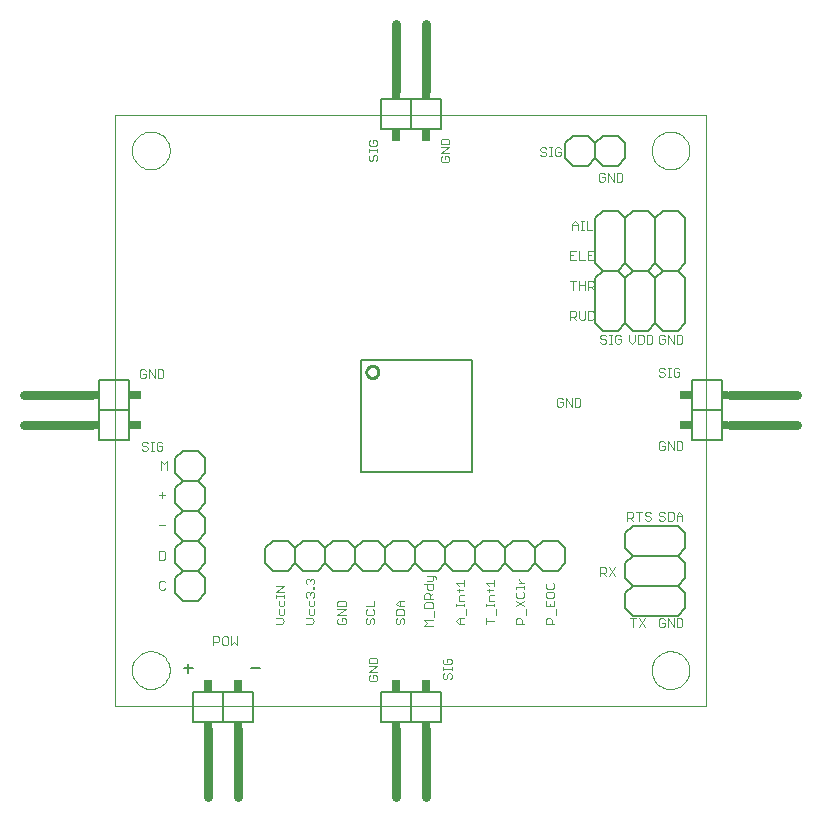
<source format=gto>
G75*
G70*
%OFA0B0*%
%FSLAX24Y24*%
%IPPOS*%
%LPD*%
%AMOC8*
5,1,8,0,0,1.08239X$1,22.5*
%
%ADD10C,0.0000*%
%ADD11C,0.0030*%
%ADD12C,0.0050*%
%ADD13C,0.0080*%
%ADD14C,0.0100*%
%ADD15C,0.0060*%
%ADD16C,0.0300*%
%ADD17R,0.0300X0.0200*%
%ADD18R,0.0300X0.0400*%
%ADD19R,0.0200X0.0300*%
%ADD20R,0.0400X0.0300*%
D10*
X003295Y003295D02*
X022980Y003295D01*
X022980Y022980D01*
X003295Y022980D01*
X003295Y003295D01*
X003846Y004476D02*
X003848Y004526D01*
X003854Y004576D01*
X003864Y004625D01*
X003878Y004673D01*
X003895Y004720D01*
X003916Y004765D01*
X003941Y004809D01*
X003969Y004850D01*
X004001Y004889D01*
X004035Y004926D01*
X004072Y004960D01*
X004112Y004990D01*
X004154Y005017D01*
X004198Y005041D01*
X004244Y005062D01*
X004291Y005078D01*
X004339Y005091D01*
X004389Y005100D01*
X004438Y005105D01*
X004489Y005106D01*
X004539Y005103D01*
X004588Y005096D01*
X004637Y005085D01*
X004685Y005070D01*
X004731Y005052D01*
X004776Y005030D01*
X004819Y005004D01*
X004860Y004975D01*
X004899Y004943D01*
X004935Y004908D01*
X004967Y004870D01*
X004997Y004830D01*
X005024Y004787D01*
X005047Y004743D01*
X005066Y004697D01*
X005082Y004649D01*
X005094Y004600D01*
X005102Y004551D01*
X005106Y004501D01*
X005106Y004451D01*
X005102Y004401D01*
X005094Y004352D01*
X005082Y004303D01*
X005066Y004255D01*
X005047Y004209D01*
X005024Y004165D01*
X004997Y004122D01*
X004967Y004082D01*
X004935Y004044D01*
X004899Y004009D01*
X004860Y003977D01*
X004819Y003948D01*
X004776Y003922D01*
X004731Y003900D01*
X004685Y003882D01*
X004637Y003867D01*
X004588Y003856D01*
X004539Y003849D01*
X004489Y003846D01*
X004438Y003847D01*
X004389Y003852D01*
X004339Y003861D01*
X004291Y003874D01*
X004244Y003890D01*
X004198Y003911D01*
X004154Y003935D01*
X004112Y003962D01*
X004072Y003992D01*
X004035Y004026D01*
X004001Y004063D01*
X003969Y004102D01*
X003941Y004143D01*
X003916Y004187D01*
X003895Y004232D01*
X003878Y004279D01*
X003864Y004327D01*
X003854Y004376D01*
X003848Y004426D01*
X003846Y004476D01*
X003846Y021799D02*
X003848Y021849D01*
X003854Y021899D01*
X003864Y021948D01*
X003878Y021996D01*
X003895Y022043D01*
X003916Y022088D01*
X003941Y022132D01*
X003969Y022173D01*
X004001Y022212D01*
X004035Y022249D01*
X004072Y022283D01*
X004112Y022313D01*
X004154Y022340D01*
X004198Y022364D01*
X004244Y022385D01*
X004291Y022401D01*
X004339Y022414D01*
X004389Y022423D01*
X004438Y022428D01*
X004489Y022429D01*
X004539Y022426D01*
X004588Y022419D01*
X004637Y022408D01*
X004685Y022393D01*
X004731Y022375D01*
X004776Y022353D01*
X004819Y022327D01*
X004860Y022298D01*
X004899Y022266D01*
X004935Y022231D01*
X004967Y022193D01*
X004997Y022153D01*
X005024Y022110D01*
X005047Y022066D01*
X005066Y022020D01*
X005082Y021972D01*
X005094Y021923D01*
X005102Y021874D01*
X005106Y021824D01*
X005106Y021774D01*
X005102Y021724D01*
X005094Y021675D01*
X005082Y021626D01*
X005066Y021578D01*
X005047Y021532D01*
X005024Y021488D01*
X004997Y021445D01*
X004967Y021405D01*
X004935Y021367D01*
X004899Y021332D01*
X004860Y021300D01*
X004819Y021271D01*
X004776Y021245D01*
X004731Y021223D01*
X004685Y021205D01*
X004637Y021190D01*
X004588Y021179D01*
X004539Y021172D01*
X004489Y021169D01*
X004438Y021170D01*
X004389Y021175D01*
X004339Y021184D01*
X004291Y021197D01*
X004244Y021213D01*
X004198Y021234D01*
X004154Y021258D01*
X004112Y021285D01*
X004072Y021315D01*
X004035Y021349D01*
X004001Y021386D01*
X003969Y021425D01*
X003941Y021466D01*
X003916Y021510D01*
X003895Y021555D01*
X003878Y021602D01*
X003864Y021650D01*
X003854Y021699D01*
X003848Y021749D01*
X003846Y021799D01*
X021169Y021799D02*
X021171Y021849D01*
X021177Y021899D01*
X021187Y021948D01*
X021201Y021996D01*
X021218Y022043D01*
X021239Y022088D01*
X021264Y022132D01*
X021292Y022173D01*
X021324Y022212D01*
X021358Y022249D01*
X021395Y022283D01*
X021435Y022313D01*
X021477Y022340D01*
X021521Y022364D01*
X021567Y022385D01*
X021614Y022401D01*
X021662Y022414D01*
X021712Y022423D01*
X021761Y022428D01*
X021812Y022429D01*
X021862Y022426D01*
X021911Y022419D01*
X021960Y022408D01*
X022008Y022393D01*
X022054Y022375D01*
X022099Y022353D01*
X022142Y022327D01*
X022183Y022298D01*
X022222Y022266D01*
X022258Y022231D01*
X022290Y022193D01*
X022320Y022153D01*
X022347Y022110D01*
X022370Y022066D01*
X022389Y022020D01*
X022405Y021972D01*
X022417Y021923D01*
X022425Y021874D01*
X022429Y021824D01*
X022429Y021774D01*
X022425Y021724D01*
X022417Y021675D01*
X022405Y021626D01*
X022389Y021578D01*
X022370Y021532D01*
X022347Y021488D01*
X022320Y021445D01*
X022290Y021405D01*
X022258Y021367D01*
X022222Y021332D01*
X022183Y021300D01*
X022142Y021271D01*
X022099Y021245D01*
X022054Y021223D01*
X022008Y021205D01*
X021960Y021190D01*
X021911Y021179D01*
X021862Y021172D01*
X021812Y021169D01*
X021761Y021170D01*
X021712Y021175D01*
X021662Y021184D01*
X021614Y021197D01*
X021567Y021213D01*
X021521Y021234D01*
X021477Y021258D01*
X021435Y021285D01*
X021395Y021315D01*
X021358Y021349D01*
X021324Y021386D01*
X021292Y021425D01*
X021264Y021466D01*
X021239Y021510D01*
X021218Y021555D01*
X021201Y021602D01*
X021187Y021650D01*
X021177Y021699D01*
X021171Y021749D01*
X021169Y021799D01*
X021169Y004476D02*
X021171Y004526D01*
X021177Y004576D01*
X021187Y004625D01*
X021201Y004673D01*
X021218Y004720D01*
X021239Y004765D01*
X021264Y004809D01*
X021292Y004850D01*
X021324Y004889D01*
X021358Y004926D01*
X021395Y004960D01*
X021435Y004990D01*
X021477Y005017D01*
X021521Y005041D01*
X021567Y005062D01*
X021614Y005078D01*
X021662Y005091D01*
X021712Y005100D01*
X021761Y005105D01*
X021812Y005106D01*
X021862Y005103D01*
X021911Y005096D01*
X021960Y005085D01*
X022008Y005070D01*
X022054Y005052D01*
X022099Y005030D01*
X022142Y005004D01*
X022183Y004975D01*
X022222Y004943D01*
X022258Y004908D01*
X022290Y004870D01*
X022320Y004830D01*
X022347Y004787D01*
X022370Y004743D01*
X022389Y004697D01*
X022405Y004649D01*
X022417Y004600D01*
X022425Y004551D01*
X022429Y004501D01*
X022429Y004451D01*
X022425Y004401D01*
X022417Y004352D01*
X022405Y004303D01*
X022389Y004255D01*
X022370Y004209D01*
X022347Y004165D01*
X022320Y004122D01*
X022290Y004082D01*
X022258Y004044D01*
X022222Y004009D01*
X022183Y003977D01*
X022142Y003948D01*
X022099Y003922D01*
X022054Y003900D01*
X022008Y003882D01*
X021960Y003867D01*
X021911Y003856D01*
X021862Y003849D01*
X021812Y003846D01*
X021761Y003847D01*
X021712Y003852D01*
X021662Y003861D01*
X021614Y003874D01*
X021567Y003890D01*
X021521Y003911D01*
X021477Y003935D01*
X021435Y003962D01*
X021395Y003992D01*
X021358Y004026D01*
X021324Y004063D01*
X021292Y004102D01*
X021264Y004143D01*
X021239Y004187D01*
X021218Y004232D01*
X021201Y004279D01*
X021187Y004327D01*
X021177Y004376D01*
X021171Y004426D01*
X021169Y004476D01*
D11*
X020948Y005910D02*
X020755Y006201D01*
X020654Y006201D02*
X020460Y006201D01*
X020557Y006201D02*
X020557Y005910D01*
X020755Y005910D02*
X020948Y006201D01*
X021410Y006152D02*
X021410Y005959D01*
X021459Y005910D01*
X021555Y005910D01*
X021604Y005959D01*
X021604Y006055D01*
X021507Y006055D01*
X021410Y006152D02*
X021459Y006201D01*
X021555Y006201D01*
X021604Y006152D01*
X021705Y006201D02*
X021898Y005910D01*
X021898Y006201D01*
X022000Y006201D02*
X022145Y006201D01*
X022193Y006152D01*
X022193Y005959D01*
X022145Y005910D01*
X022000Y005910D01*
X022000Y006201D01*
X021705Y006201D02*
X021705Y005910D01*
X019948Y007610D02*
X019755Y007901D01*
X019654Y007852D02*
X019654Y007755D01*
X019605Y007707D01*
X019460Y007707D01*
X019460Y007610D02*
X019460Y007901D01*
X019605Y007901D01*
X019654Y007852D01*
X019557Y007707D02*
X019654Y007610D01*
X019755Y007610D02*
X019948Y007901D01*
X020360Y009460D02*
X020360Y009751D01*
X020505Y009751D01*
X020554Y009702D01*
X020554Y009605D01*
X020505Y009557D01*
X020360Y009557D01*
X020457Y009557D02*
X020554Y009460D01*
X020752Y009460D02*
X020752Y009751D01*
X020848Y009751D02*
X020655Y009751D01*
X020950Y009702D02*
X020950Y009654D01*
X020998Y009605D01*
X021095Y009605D01*
X021143Y009557D01*
X021143Y009509D01*
X021095Y009460D01*
X020998Y009460D01*
X020950Y009509D01*
X020950Y009702D02*
X020998Y009751D01*
X021095Y009751D01*
X021143Y009702D01*
X021410Y009702D02*
X021459Y009751D01*
X021555Y009751D01*
X021604Y009702D01*
X021555Y009605D02*
X021604Y009557D01*
X021604Y009509D01*
X021555Y009460D01*
X021459Y009460D01*
X021410Y009509D01*
X021459Y009605D02*
X021555Y009605D01*
X021459Y009605D02*
X021410Y009654D01*
X021410Y009702D01*
X021705Y009751D02*
X021850Y009751D01*
X021898Y009702D01*
X021898Y009509D01*
X021850Y009460D01*
X021705Y009460D01*
X021705Y009751D01*
X022000Y009654D02*
X022096Y009751D01*
X022193Y009654D01*
X022193Y009460D01*
X022193Y009605D02*
X022000Y009605D01*
X022000Y009654D02*
X022000Y009460D01*
X022000Y011810D02*
X022145Y011810D01*
X022193Y011859D01*
X022193Y012052D01*
X022145Y012101D01*
X022000Y012101D01*
X022000Y011810D01*
X021898Y011810D02*
X021898Y012101D01*
X021705Y012101D02*
X021898Y011810D01*
X021705Y011810D02*
X021705Y012101D01*
X021604Y012052D02*
X021555Y012101D01*
X021459Y012101D01*
X021410Y012052D01*
X021410Y011859D01*
X021459Y011810D01*
X021555Y011810D01*
X021604Y011859D01*
X021604Y011955D01*
X021507Y011955D01*
X021459Y014260D02*
X021410Y014309D01*
X021459Y014260D02*
X021555Y014260D01*
X021604Y014309D01*
X021604Y014357D01*
X021555Y014405D01*
X021459Y014405D01*
X021410Y014454D01*
X021410Y014502D01*
X021459Y014551D01*
X021555Y014551D01*
X021604Y014502D01*
X021705Y014551D02*
X021802Y014551D01*
X021753Y014551D02*
X021753Y014260D01*
X021705Y014260D02*
X021802Y014260D01*
X021901Y014309D02*
X021901Y014502D01*
X021950Y014551D01*
X022046Y014551D01*
X022095Y014502D01*
X022095Y014405D02*
X021998Y014405D01*
X022095Y014405D02*
X022095Y014309D01*
X022046Y014260D01*
X021950Y014260D01*
X021901Y014309D01*
X021898Y015360D02*
X021898Y015651D01*
X022000Y015651D02*
X022145Y015651D01*
X022193Y015602D01*
X022193Y015409D01*
X022145Y015360D01*
X022000Y015360D01*
X022000Y015651D01*
X021705Y015651D02*
X021705Y015360D01*
X021604Y015409D02*
X021604Y015505D01*
X021507Y015505D01*
X021410Y015409D02*
X021410Y015602D01*
X021459Y015651D01*
X021555Y015651D01*
X021604Y015602D01*
X021705Y015651D02*
X021898Y015360D01*
X021604Y015409D02*
X021555Y015360D01*
X021459Y015360D01*
X021410Y015409D01*
X021193Y015409D02*
X021193Y015602D01*
X021145Y015651D01*
X021000Y015651D01*
X021000Y015360D01*
X021145Y015360D01*
X021193Y015409D01*
X020898Y015409D02*
X020898Y015602D01*
X020850Y015651D01*
X020705Y015651D01*
X020705Y015360D01*
X020850Y015360D01*
X020898Y015409D01*
X020604Y015457D02*
X020604Y015651D01*
X020410Y015651D02*
X020410Y015457D01*
X020507Y015360D01*
X020604Y015457D01*
X020145Y015409D02*
X020145Y015505D01*
X020048Y015505D01*
X019951Y015409D02*
X020000Y015360D01*
X020096Y015360D01*
X020145Y015409D01*
X020145Y015602D02*
X020096Y015651D01*
X020000Y015651D01*
X019951Y015602D01*
X019951Y015409D01*
X019852Y015360D02*
X019755Y015360D01*
X019803Y015360D02*
X019803Y015651D01*
X019755Y015651D02*
X019852Y015651D01*
X019654Y015602D02*
X019605Y015651D01*
X019509Y015651D01*
X019460Y015602D01*
X019460Y015554D01*
X019509Y015505D01*
X019605Y015505D01*
X019654Y015457D01*
X019654Y015409D01*
X019605Y015360D01*
X019509Y015360D01*
X019460Y015409D01*
X019195Y016160D02*
X019050Y016160D01*
X019050Y016451D01*
X019195Y016451D01*
X019243Y016402D01*
X019243Y016209D01*
X019195Y016160D01*
X018948Y016209D02*
X018948Y016451D01*
X018755Y016451D02*
X018755Y016209D01*
X018803Y016160D01*
X018900Y016160D01*
X018948Y016209D01*
X018654Y016160D02*
X018557Y016257D01*
X018605Y016257D02*
X018460Y016257D01*
X018460Y016160D02*
X018460Y016451D01*
X018605Y016451D01*
X018654Y016402D01*
X018654Y016305D01*
X018605Y016257D01*
X018557Y017160D02*
X018557Y017451D01*
X018460Y017451D02*
X018654Y017451D01*
X018755Y017451D02*
X018755Y017160D01*
X018755Y017305D02*
X018948Y017305D01*
X019050Y017257D02*
X019195Y017257D01*
X019243Y017305D01*
X019243Y017402D01*
X019195Y017451D01*
X019050Y017451D01*
X019050Y017160D01*
X018948Y017160D02*
X018948Y017451D01*
X019146Y017257D02*
X019243Y017160D01*
X019243Y018160D02*
X019050Y018160D01*
X019050Y018451D01*
X019243Y018451D01*
X019146Y018305D02*
X019050Y018305D01*
X018948Y018160D02*
X018755Y018160D01*
X018755Y018451D01*
X018654Y018451D02*
X018460Y018451D01*
X018460Y018160D01*
X018654Y018160D01*
X018557Y018305D02*
X018460Y018305D01*
X018510Y019160D02*
X018510Y019354D01*
X018607Y019451D01*
X018704Y019354D01*
X018704Y019160D01*
X018805Y019160D02*
X018902Y019160D01*
X018853Y019160D02*
X018853Y019451D01*
X018805Y019451D02*
X018902Y019451D01*
X019001Y019451D02*
X019001Y019160D01*
X019195Y019160D01*
X018704Y019305D02*
X018510Y019305D01*
X019459Y020760D02*
X019410Y020809D01*
X019410Y021002D01*
X019459Y021051D01*
X019555Y021051D01*
X019604Y021002D01*
X019604Y020905D02*
X019507Y020905D01*
X019604Y020905D02*
X019604Y020809D01*
X019555Y020760D01*
X019459Y020760D01*
X019705Y020760D02*
X019705Y021051D01*
X019898Y020760D01*
X019898Y021051D01*
X020000Y021051D02*
X020000Y020760D01*
X020145Y020760D01*
X020193Y020809D01*
X020193Y021002D01*
X020145Y021051D01*
X020000Y021051D01*
X018145Y021659D02*
X018145Y021755D01*
X018048Y021755D01*
X017951Y021659D02*
X018000Y021610D01*
X018096Y021610D01*
X018145Y021659D01*
X018145Y021852D02*
X018096Y021901D01*
X018000Y021901D01*
X017951Y021852D01*
X017951Y021659D01*
X017852Y021610D02*
X017755Y021610D01*
X017803Y021610D02*
X017803Y021901D01*
X017755Y021901D02*
X017852Y021901D01*
X017654Y021852D02*
X017605Y021901D01*
X017509Y021901D01*
X017460Y021852D01*
X017460Y021804D01*
X017509Y021755D01*
X017605Y021755D01*
X017654Y021707D01*
X017654Y021659D01*
X017605Y021610D01*
X017509Y021610D01*
X017460Y021659D01*
X014430Y021705D02*
X014140Y021705D01*
X014430Y021898D01*
X014140Y021898D01*
X014140Y022000D02*
X014140Y022145D01*
X014188Y022193D01*
X014382Y022193D01*
X014430Y022145D01*
X014430Y022000D01*
X014140Y022000D01*
X014188Y021604D02*
X014140Y021555D01*
X014140Y021459D01*
X014188Y021410D01*
X014382Y021410D01*
X014430Y021459D01*
X014430Y021555D01*
X014382Y021604D01*
X014285Y021604D01*
X014285Y021507D01*
X012030Y021509D02*
X011982Y021460D01*
X012030Y021509D02*
X012030Y021605D01*
X011982Y021654D01*
X011934Y021654D01*
X011885Y021605D01*
X011885Y021509D01*
X011837Y021460D01*
X011788Y021460D01*
X011740Y021509D01*
X011740Y021605D01*
X011788Y021654D01*
X011740Y021755D02*
X011740Y021852D01*
X011740Y021803D02*
X012030Y021803D01*
X012030Y021755D02*
X012030Y021852D01*
X011982Y021951D02*
X012030Y022000D01*
X012030Y022096D01*
X011982Y022145D01*
X011885Y022145D01*
X011885Y022048D01*
X011788Y021951D02*
X011982Y021951D01*
X011788Y021951D02*
X011740Y022000D01*
X011740Y022096D01*
X011788Y022145D01*
X004845Y014501D02*
X004700Y014501D01*
X004700Y014210D01*
X004845Y014210D01*
X004893Y014259D01*
X004893Y014452D01*
X004845Y014501D01*
X004598Y014501D02*
X004598Y014210D01*
X004405Y014501D01*
X004405Y014210D01*
X004304Y014259D02*
X004304Y014355D01*
X004207Y014355D01*
X004110Y014259D02*
X004110Y014452D01*
X004159Y014501D01*
X004255Y014501D01*
X004304Y014452D01*
X004304Y014259D02*
X004255Y014210D01*
X004159Y014210D01*
X004110Y014259D01*
X004223Y012081D02*
X004175Y012032D01*
X004175Y011984D01*
X004223Y011935D01*
X004320Y011935D01*
X004368Y011887D01*
X004368Y011839D01*
X004320Y011790D01*
X004223Y011790D01*
X004175Y011839D01*
X004223Y012081D02*
X004320Y012081D01*
X004368Y012032D01*
X004469Y012081D02*
X004566Y012081D01*
X004518Y012081D02*
X004518Y011790D01*
X004566Y011790D02*
X004469Y011790D01*
X004666Y011839D02*
X004714Y011790D01*
X004811Y011790D01*
X004859Y011839D01*
X004859Y011935D01*
X004762Y011935D01*
X004666Y011839D02*
X004666Y012032D01*
X004714Y012081D01*
X004811Y012081D01*
X004859Y012032D01*
X004810Y011451D02*
X004907Y011354D01*
X005004Y011451D01*
X005004Y011160D01*
X004810Y011160D02*
X004810Y011451D01*
X004857Y010402D02*
X004857Y010209D01*
X004760Y010305D02*
X004954Y010305D01*
X004954Y009305D02*
X004760Y009305D01*
X004760Y008451D02*
X004905Y008451D01*
X004954Y008402D01*
X004954Y008209D01*
X004905Y008160D01*
X004760Y008160D01*
X004760Y008451D01*
X004809Y007451D02*
X004760Y007402D01*
X004760Y007209D01*
X004809Y007160D01*
X004905Y007160D01*
X004954Y007209D01*
X004954Y007402D02*
X004905Y007451D01*
X004809Y007451D01*
X006560Y005601D02*
X006705Y005601D01*
X006754Y005552D01*
X006754Y005455D01*
X006705Y005407D01*
X006560Y005407D01*
X006560Y005310D02*
X006560Y005601D01*
X006855Y005552D02*
X006855Y005359D01*
X006903Y005310D01*
X007000Y005310D01*
X007048Y005359D01*
X007048Y005552D01*
X007000Y005601D01*
X006903Y005601D01*
X006855Y005552D01*
X007150Y005601D02*
X007150Y005310D01*
X007246Y005407D01*
X007343Y005310D01*
X007343Y005601D01*
X008640Y006010D02*
X008834Y006010D01*
X008930Y006107D01*
X008834Y006204D01*
X008640Y006204D01*
X008785Y006305D02*
X008737Y006353D01*
X008737Y006498D01*
X008785Y006600D02*
X008882Y006600D01*
X008930Y006648D01*
X008930Y006793D01*
X008930Y006894D02*
X008930Y006991D01*
X008930Y006943D02*
X008640Y006943D01*
X008640Y006991D02*
X008640Y006894D01*
X008737Y006793D02*
X008737Y006648D01*
X008785Y006600D01*
X008930Y006498D02*
X008930Y006353D01*
X008882Y006305D01*
X008785Y006305D01*
X008640Y007091D02*
X008930Y007284D01*
X008640Y007284D01*
X008640Y007091D02*
X008930Y007091D01*
X009640Y007039D02*
X009688Y007088D01*
X009737Y007088D01*
X009785Y007039D01*
X009834Y007088D01*
X009882Y007088D01*
X009930Y007039D01*
X009930Y006943D01*
X009882Y006894D01*
X009930Y006793D02*
X009930Y006648D01*
X009882Y006600D01*
X009785Y006600D01*
X009737Y006648D01*
X009737Y006793D01*
X009688Y006894D02*
X009640Y006943D01*
X009640Y007039D01*
X009785Y007039D02*
X009785Y006991D01*
X009882Y007189D02*
X009882Y007237D01*
X009930Y007237D01*
X009930Y007189D01*
X009882Y007189D01*
X009882Y007336D02*
X009930Y007385D01*
X009930Y007481D01*
X009882Y007530D01*
X009834Y007530D01*
X009785Y007481D01*
X009785Y007433D01*
X009785Y007481D02*
X009737Y007530D01*
X009688Y007530D01*
X009640Y007481D01*
X009640Y007385D01*
X009688Y007336D01*
X009737Y006498D02*
X009737Y006353D01*
X009785Y006305D01*
X009882Y006305D01*
X009930Y006353D01*
X009930Y006498D01*
X009834Y006204D02*
X009640Y006204D01*
X009834Y006204D02*
X009930Y006107D01*
X009834Y006010D01*
X009640Y006010D01*
X010690Y006059D02*
X010738Y006010D01*
X010932Y006010D01*
X010980Y006059D01*
X010980Y006155D01*
X010932Y006204D01*
X010835Y006204D01*
X010835Y006107D01*
X010738Y006204D02*
X010690Y006155D01*
X010690Y006059D01*
X010690Y006305D02*
X010980Y006498D01*
X010690Y006498D01*
X010690Y006600D02*
X010690Y006745D01*
X010738Y006793D01*
X010932Y006793D01*
X010980Y006745D01*
X010980Y006600D01*
X010690Y006600D01*
X010690Y006305D02*
X010980Y006305D01*
X011640Y006353D02*
X011688Y006305D01*
X011882Y006305D01*
X011930Y006353D01*
X011930Y006450D01*
X011882Y006498D01*
X011930Y006600D02*
X011640Y006600D01*
X011688Y006498D02*
X011640Y006450D01*
X011640Y006353D01*
X011688Y006204D02*
X011640Y006155D01*
X011640Y006059D01*
X011688Y006010D01*
X011737Y006010D01*
X011785Y006059D01*
X011785Y006155D01*
X011834Y006204D01*
X011882Y006204D01*
X011930Y006155D01*
X011930Y006059D01*
X011882Y006010D01*
X011930Y006600D02*
X011930Y006793D01*
X012640Y006696D02*
X012737Y006793D01*
X012930Y006793D01*
X012785Y006793D02*
X012785Y006600D01*
X012737Y006600D02*
X012640Y006696D01*
X012737Y006600D02*
X012930Y006600D01*
X012882Y006498D02*
X012688Y006498D01*
X012640Y006450D01*
X012640Y006305D01*
X012930Y006305D01*
X012930Y006450D01*
X012882Y006498D01*
X012882Y006204D02*
X012834Y006204D01*
X012785Y006155D01*
X012785Y006059D01*
X012737Y006010D01*
X012688Y006010D01*
X012640Y006059D01*
X012640Y006155D01*
X012688Y006204D01*
X012882Y006204D02*
X012930Y006155D01*
X012930Y006059D01*
X012882Y006010D01*
X013590Y005960D02*
X013687Y006057D01*
X013590Y006154D01*
X013880Y006154D01*
X013929Y006255D02*
X013929Y006448D01*
X013880Y006550D02*
X013880Y006695D01*
X013832Y006743D01*
X013638Y006743D01*
X013590Y006695D01*
X013590Y006550D01*
X013880Y006550D01*
X013880Y006844D02*
X013590Y006844D01*
X013590Y006989D01*
X013638Y007038D01*
X013735Y007038D01*
X013784Y006989D01*
X013784Y006844D01*
X013784Y006941D02*
X013880Y007038D01*
X013832Y007139D02*
X013735Y007139D01*
X013687Y007187D01*
X013687Y007332D01*
X013590Y007332D02*
X013880Y007332D01*
X013880Y007187D01*
X013832Y007139D01*
X013832Y007434D02*
X013880Y007482D01*
X013880Y007627D01*
X013929Y007627D02*
X013687Y007627D01*
X013687Y007434D02*
X013832Y007434D01*
X013977Y007530D02*
X013977Y007579D01*
X013929Y007627D01*
X014640Y007384D02*
X014930Y007384D01*
X014930Y007287D02*
X014930Y007481D01*
X014737Y007287D02*
X014640Y007384D01*
X014737Y007187D02*
X014737Y007091D01*
X014688Y007139D02*
X014882Y007139D01*
X014930Y007187D01*
X014930Y006990D02*
X014785Y006990D01*
X014737Y006941D01*
X014737Y006796D01*
X014930Y006796D01*
X014930Y006696D02*
X014930Y006600D01*
X014930Y006648D02*
X014640Y006648D01*
X014640Y006600D02*
X014640Y006696D01*
X014979Y006498D02*
X014979Y006305D01*
X014930Y006204D02*
X014737Y006204D01*
X014640Y006107D01*
X014737Y006010D01*
X014930Y006010D01*
X014785Y006010D02*
X014785Y006204D01*
X015640Y006204D02*
X015640Y006010D01*
X015640Y006107D02*
X015930Y006107D01*
X015979Y006305D02*
X015979Y006498D01*
X015930Y006600D02*
X015930Y006696D01*
X015930Y006648D02*
X015640Y006648D01*
X015640Y006600D02*
X015640Y006696D01*
X015737Y006796D02*
X015737Y006941D01*
X015785Y006990D01*
X015930Y006990D01*
X015882Y007139D02*
X015688Y007139D01*
X015737Y007091D02*
X015737Y007187D01*
X015737Y007287D02*
X015640Y007384D01*
X015930Y007384D01*
X015930Y007287D02*
X015930Y007481D01*
X015930Y007187D02*
X015882Y007139D01*
X015930Y006796D02*
X015737Y006796D01*
X016640Y006793D02*
X016930Y006600D01*
X016979Y006498D02*
X016979Y006305D01*
X016834Y006155D02*
X016834Y006010D01*
X016930Y006010D02*
X016640Y006010D01*
X016640Y006155D01*
X016688Y006204D01*
X016785Y006204D01*
X016834Y006155D01*
X016640Y006600D02*
X016930Y006793D01*
X016882Y006894D02*
X016688Y006894D01*
X016640Y006943D01*
X016640Y007039D01*
X016688Y007088D01*
X016640Y007189D02*
X016640Y007237D01*
X016930Y007237D01*
X016930Y007189D02*
X016930Y007286D01*
X016930Y007385D02*
X016737Y007385D01*
X016834Y007385D02*
X016737Y007482D01*
X016737Y007530D01*
X016882Y007088D02*
X016930Y007039D01*
X016930Y006943D01*
X016882Y006894D01*
X017640Y006943D02*
X017688Y006894D01*
X017882Y006894D01*
X017930Y006943D01*
X017930Y007039D01*
X017882Y007088D01*
X017688Y007088D01*
X017640Y007039D01*
X017640Y006943D01*
X017640Y006793D02*
X017640Y006600D01*
X017930Y006600D01*
X017930Y006793D01*
X017785Y006696D02*
X017785Y006600D01*
X017979Y006498D02*
X017979Y006305D01*
X017834Y006155D02*
X017834Y006010D01*
X017930Y006010D02*
X017640Y006010D01*
X017640Y006155D01*
X017688Y006204D01*
X017785Y006204D01*
X017834Y006155D01*
X017882Y007189D02*
X017688Y007189D01*
X017640Y007237D01*
X017640Y007334D01*
X017688Y007382D01*
X017882Y007382D02*
X017930Y007334D01*
X017930Y007237D01*
X017882Y007189D01*
X014500Y004811D02*
X014500Y004714D01*
X014452Y004666D01*
X014258Y004666D01*
X014210Y004714D01*
X014210Y004811D01*
X014258Y004859D01*
X014355Y004859D02*
X014355Y004762D01*
X014355Y004859D02*
X014452Y004859D01*
X014500Y004811D01*
X014500Y004566D02*
X014500Y004469D01*
X014500Y004518D02*
X014210Y004518D01*
X014210Y004566D02*
X014210Y004469D01*
X014258Y004368D02*
X014210Y004320D01*
X014210Y004223D01*
X014258Y004175D01*
X014307Y004175D01*
X014355Y004223D01*
X014355Y004320D01*
X014404Y004368D01*
X014452Y004368D01*
X014500Y004320D01*
X014500Y004223D01*
X014452Y004175D01*
X013880Y005960D02*
X013590Y005960D01*
X012030Y004845D02*
X012030Y004700D01*
X011740Y004700D01*
X011740Y004845D01*
X011788Y004893D01*
X011982Y004893D01*
X012030Y004845D01*
X012030Y004598D02*
X011740Y004598D01*
X011740Y004405D02*
X012030Y004598D01*
X012030Y004405D02*
X011740Y004405D01*
X011788Y004304D02*
X011740Y004255D01*
X011740Y004159D01*
X011788Y004110D01*
X011982Y004110D01*
X012030Y004159D01*
X012030Y004255D01*
X011982Y004304D01*
X011885Y004304D01*
X011885Y004207D01*
X018059Y013260D02*
X018155Y013260D01*
X018204Y013309D01*
X018204Y013405D01*
X018107Y013405D01*
X018010Y013309D02*
X018010Y013502D01*
X018059Y013551D01*
X018155Y013551D01*
X018204Y013502D01*
X018305Y013551D02*
X018498Y013260D01*
X018498Y013551D01*
X018600Y013551D02*
X018745Y013551D01*
X018793Y013502D01*
X018793Y013309D01*
X018745Y013260D01*
X018600Y013260D01*
X018600Y013551D01*
X018305Y013551D02*
X018305Y013260D01*
X018059Y013260D02*
X018010Y013309D01*
D12*
X008121Y004545D02*
X007820Y004545D01*
X005871Y004545D02*
X005570Y004545D01*
X005720Y004696D02*
X005720Y004395D01*
D13*
X011480Y011087D02*
X011480Y014799D01*
X015189Y014799D01*
X015189Y011087D01*
X011480Y011087D01*
D14*
X011661Y014417D02*
X011663Y014444D01*
X011669Y014471D01*
X011678Y014497D01*
X011691Y014521D01*
X011707Y014544D01*
X011726Y014563D01*
X011748Y014580D01*
X011772Y014594D01*
X011797Y014604D01*
X011824Y014611D01*
X011851Y014614D01*
X011879Y014613D01*
X011906Y014608D01*
X011932Y014600D01*
X011956Y014588D01*
X011979Y014572D01*
X012000Y014554D01*
X012017Y014533D01*
X012032Y014509D01*
X012043Y014484D01*
X012051Y014458D01*
X012055Y014431D01*
X012055Y014403D01*
X012051Y014376D01*
X012043Y014350D01*
X012032Y014325D01*
X012017Y014301D01*
X012000Y014280D01*
X011979Y014262D01*
X011957Y014246D01*
X011932Y014234D01*
X011906Y014226D01*
X011879Y014221D01*
X011851Y014220D01*
X011824Y014223D01*
X011797Y014230D01*
X011772Y014240D01*
X011748Y014254D01*
X011726Y014271D01*
X011707Y014290D01*
X011691Y014313D01*
X011678Y014337D01*
X011669Y014363D01*
X011663Y014390D01*
X011661Y014417D01*
D15*
X011545Y008795D02*
X012045Y008795D01*
X012295Y008545D01*
X012545Y008795D01*
X013045Y008795D01*
X013295Y008545D01*
X013545Y008795D01*
X014045Y008795D01*
X014295Y008545D01*
X014545Y008795D01*
X015045Y008795D01*
X015295Y008545D01*
X015545Y008795D01*
X016045Y008795D01*
X016295Y008545D01*
X016545Y008795D01*
X017045Y008795D01*
X017295Y008545D01*
X017545Y008795D01*
X018045Y008795D01*
X018295Y008545D01*
X018295Y008045D01*
X018045Y007795D01*
X017545Y007795D01*
X017295Y008045D01*
X017045Y007795D01*
X016545Y007795D01*
X016295Y008045D01*
X016295Y008545D01*
X016295Y008045D02*
X016045Y007795D01*
X015545Y007795D01*
X015295Y008045D01*
X015045Y007795D01*
X014545Y007795D01*
X014295Y008045D01*
X014045Y007795D01*
X013545Y007795D01*
X013295Y008045D01*
X013295Y008545D01*
X013295Y008045D02*
X013045Y007795D01*
X012545Y007795D01*
X012295Y008045D01*
X012045Y007795D01*
X011545Y007795D01*
X011295Y008045D01*
X011045Y007795D01*
X010545Y007795D01*
X010295Y008045D01*
X010295Y008545D01*
X010545Y008795D01*
X011045Y008795D01*
X011295Y008545D01*
X011545Y008795D01*
X011295Y008545D02*
X011295Y008045D01*
X010295Y008045D02*
X010045Y007795D01*
X009545Y007795D01*
X009295Y008045D01*
X009045Y007795D01*
X008545Y007795D01*
X008295Y008045D01*
X008295Y008545D01*
X008545Y008795D01*
X009045Y008795D01*
X009295Y008545D01*
X009545Y008795D01*
X010045Y008795D01*
X010295Y008545D01*
X009295Y008545D02*
X009295Y008045D01*
X012295Y008045D02*
X012295Y008545D01*
X014295Y008545D02*
X014295Y008045D01*
X015295Y008045D02*
X015295Y008545D01*
X017295Y008545D02*
X017295Y008045D01*
X020295Y008045D02*
X020295Y007545D01*
X020545Y007295D01*
X022045Y007295D01*
X022295Y007545D01*
X022295Y008045D01*
X022045Y008295D01*
X022295Y008545D01*
X022295Y009045D01*
X022045Y009295D01*
X020545Y009295D01*
X020295Y009045D01*
X020295Y008545D01*
X020545Y008295D01*
X022045Y008295D01*
X022045Y007295D02*
X022295Y007045D01*
X022295Y006545D01*
X022045Y006295D01*
X020545Y006295D01*
X020295Y006545D01*
X020295Y007045D01*
X020545Y007295D01*
X020295Y008045D02*
X020545Y008295D01*
X022526Y012138D02*
X023526Y012138D01*
X023526Y013138D01*
X023526Y014138D01*
X022526Y014138D01*
X022526Y013138D01*
X022526Y012138D01*
X022526Y013138D02*
X023526Y013138D01*
X022045Y015795D02*
X021545Y015795D01*
X021295Y016045D01*
X021295Y017545D01*
X021545Y017795D01*
X022045Y017795D01*
X022295Y017545D01*
X022295Y016045D01*
X022045Y015795D01*
X021295Y016045D02*
X021045Y015795D01*
X020545Y015795D01*
X020295Y016045D01*
X020295Y017545D01*
X020545Y017795D01*
X021045Y017795D01*
X021295Y017545D01*
X021045Y017795D02*
X020545Y017795D01*
X020295Y018045D01*
X020295Y019545D01*
X020545Y019795D01*
X021045Y019795D01*
X021295Y019545D01*
X021545Y019795D01*
X022045Y019795D01*
X022295Y019545D01*
X022295Y018045D01*
X022045Y017795D01*
X021545Y017795D01*
X021295Y018045D01*
X021295Y019545D01*
X020295Y019545D02*
X020045Y019795D01*
X019545Y019795D01*
X019295Y019545D01*
X019295Y018045D01*
X019545Y017795D01*
X020045Y017795D01*
X020295Y017545D01*
X020045Y017795D02*
X019545Y017795D01*
X019295Y017545D01*
X019295Y016045D01*
X019545Y015795D01*
X020045Y015795D01*
X020295Y016045D01*
X020045Y017795D02*
X020295Y018045D01*
X021045Y017795D02*
X021295Y018045D01*
X020045Y021295D02*
X019545Y021295D01*
X019295Y021545D01*
X019045Y021295D01*
X018545Y021295D01*
X018295Y021545D01*
X018295Y022045D01*
X018545Y022295D01*
X019045Y022295D01*
X019295Y022045D01*
X019545Y022295D01*
X020045Y022295D01*
X020295Y022045D01*
X020295Y021545D01*
X020045Y021295D01*
X019295Y021545D02*
X019295Y022045D01*
X014138Y022526D02*
X014138Y023526D01*
X013138Y023526D01*
X012138Y023526D01*
X012138Y022526D01*
X013138Y022526D01*
X014138Y022526D01*
X013138Y022526D02*
X013138Y023526D01*
X003750Y014138D02*
X002750Y014138D01*
X002750Y013138D01*
X002750Y012138D01*
X003750Y012138D01*
X003750Y013138D01*
X003750Y014138D01*
X003750Y013138D02*
X002750Y013138D01*
X005295Y011545D02*
X005295Y011045D01*
X005545Y010795D01*
X006045Y010795D01*
X006295Y011045D01*
X006295Y011545D01*
X006045Y011795D01*
X005545Y011795D01*
X005295Y011545D01*
X005545Y010795D02*
X005295Y010545D01*
X005295Y010045D01*
X005545Y009795D01*
X006045Y009795D01*
X006295Y010045D01*
X006295Y010545D01*
X006045Y010795D01*
X006045Y009795D02*
X006295Y009545D01*
X006295Y009045D01*
X006045Y008795D01*
X006295Y008545D01*
X006295Y008045D01*
X006045Y007795D01*
X006295Y007545D01*
X006295Y007045D01*
X006045Y006795D01*
X005545Y006795D01*
X005295Y007045D01*
X005295Y007545D01*
X005545Y007795D01*
X005295Y008045D01*
X005295Y008545D01*
X005545Y008795D01*
X006045Y008795D01*
X005545Y008795D02*
X005295Y009045D01*
X005295Y009545D01*
X005545Y009795D01*
X005545Y007795D02*
X006045Y007795D01*
X005888Y003750D02*
X005888Y002750D01*
X006888Y002750D01*
X007888Y002750D01*
X007888Y003750D01*
X006888Y003750D01*
X005888Y003750D01*
X006888Y003750D02*
X006888Y002750D01*
X012138Y002750D02*
X013138Y002750D01*
X014138Y002750D01*
X014138Y003750D01*
X013138Y003750D01*
X012138Y003750D01*
X012138Y002750D01*
X013138Y002750D02*
X013138Y003750D01*
D16*
X013638Y002500D02*
X013638Y000250D01*
X012638Y000250D02*
X012638Y002500D01*
X007388Y002500D02*
X007388Y000250D01*
X006388Y000250D02*
X006388Y002500D01*
X002500Y012638D02*
X000250Y012638D01*
X000250Y013638D02*
X002500Y013638D01*
X012638Y023776D02*
X012638Y026026D01*
X013638Y026026D02*
X013638Y023776D01*
X023776Y013638D02*
X026026Y013638D01*
X026026Y012638D02*
X023776Y012638D01*
D17*
X013638Y002650D03*
X012638Y002650D03*
X007388Y002650D03*
X006388Y002650D03*
X012638Y023626D03*
X013638Y023626D03*
D18*
X013638Y022326D03*
X012638Y022326D03*
X012638Y003950D03*
X013638Y003950D03*
X007388Y003950D03*
X006388Y003950D03*
D19*
X002650Y012638D03*
X002650Y013638D03*
X023626Y013638D03*
X023626Y012638D03*
D20*
X022326Y012638D03*
X022326Y013638D03*
X003950Y013638D03*
X003950Y012638D03*
M02*

</source>
